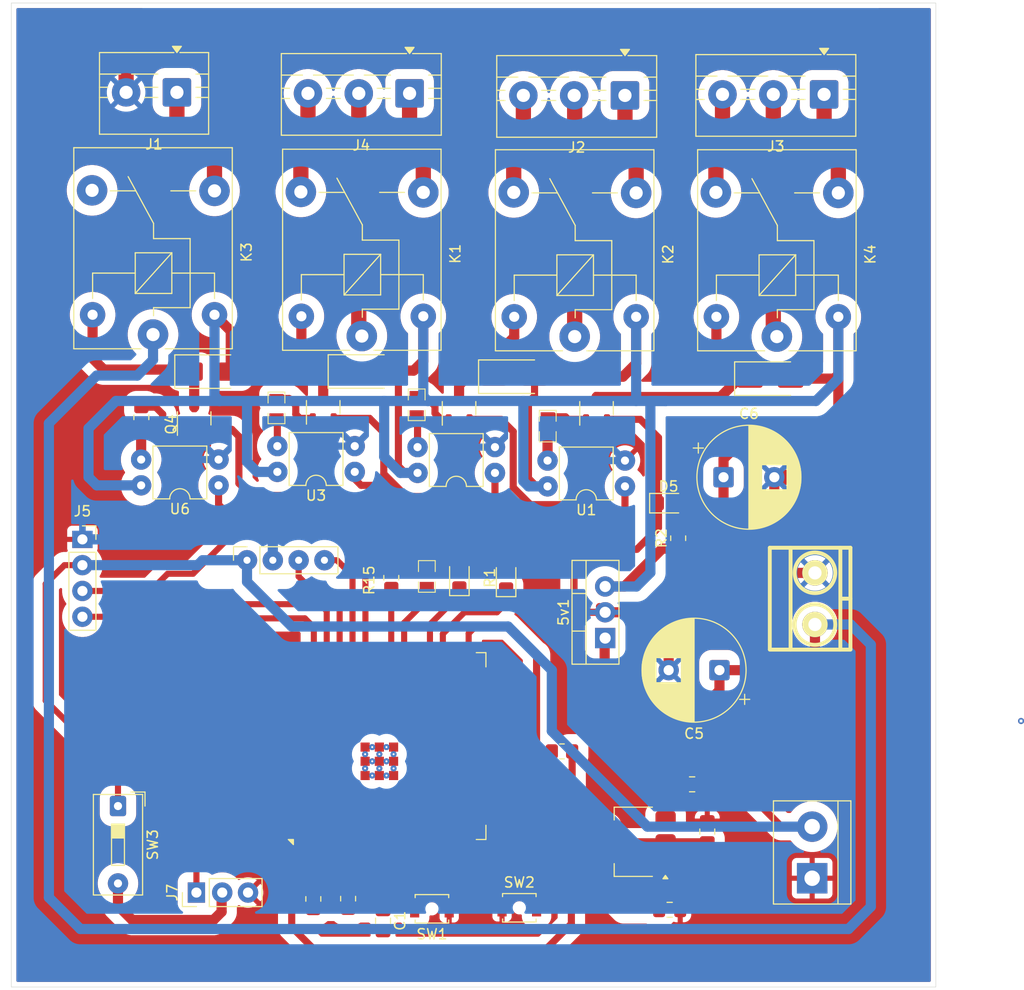
<source format=kicad_pcb>
(kicad_pcb (version 20241229) (generator "pcbnew") (generator_version "9.0")
  (layers (0 "F.Cu" signal) (2 "B.Cu" signal) (13 "F.Paste" user) (15 "B.Paste" user) (5 "F.SilkS" user "F.Silkscreen") (7 "B.SilkS" user "B.Silkscreen") (1 "F.Mask" user) (3 "B.Mask" user) (25 "Edge.Cuts" user))
  (net 0 "")
  (net 1 "Net-(D1-A)")
  (net 2 "Net-(D2-A)")
  (net 3 "Net-(D3-A)")
  (net 4 "Net-(R1-Pad2)")
  (net 5 "Net-(R3-Pad1)")
  (net 6 "Net-(R4-Pad2)")
  (net 7 "Net-(R6-Pad1)")
  (net 8 "Net-(R9-Pad1)")
  (net 9 "Net-(R7-Pad2)")
  (net 10 "/R3")
  (net 11 "/R2")
  (net 12 "/R1")
  (net 13 "/NO1")
  (net 14 "Net-(Q1-B)")
  (net 15 "Net-(Q2-B)")
  (net 16 "Net-(Q3-B)")
  (net 17 "/C1")
  (net 18 "/NO2")
  (net 19 "/C2")
  (net 20 "/C3")
  (net 21 "/NO3")
  (net 22 "/5V")
  (net 23 "/VIN")
  (net 24 "/3.3V")
  (net 25 "/RX")
  (net 26 "/TX")
  (net 27 "/SWITCH")
  (net 28 "/FLASH")
  (net 31 "/EN")
  (net 34 "/NC3")
  (net 36 "GND")
  (net 38 "Net-(D4-A)")
  (net 39 "/NC2")
  (net 40 "/R4")
  (net 42 "/NC1")
  (net 53 "/GNDE")
  (net 54 "/5VES")
  (net 57 "Net-(R15-Pad2)")
  (net 58 "Net-(R17-Pad1)")
  (net 59 "Net-(Q4-B)")
  (net 60 "/NO4")
  (net 62 "/SDA")
  (net 64 "unconnected-(U4-IO12-Pad14)")
  (net 65 "/SCL")
  (net 66 "Net-(J7-Pin_2)")
  (net 67 "/S")
  (net 70 "Net-(D5-A)")
  (footprint "Relay_THT:Relay_SPDT_SANYOU_SRD_Series_Form_C" (layer "F.Cu") (at 119.562677 79.645 90)
    (property "Reference" "K2")
    (property "Value" "RELAY_C")
  )
  (footprint "EESTN5:R_0805" (layer "F.Cu") (at 90.212677 86.695 90)
    (property "Reference" "R9" (hide yes))
    (property "Value" "R" (hide yes))
  )
  (footprint "Package_DIP:DIP-4_W7.62mm" (layer "F.Cu") (at 84.512677 94.295 180)
    (property "Reference" "U6")
    (property "Value" "PC817")
  )
  (footprint "Package_DIP:DIP-4_W7.62mm" (layer "F.Cu") (at 124.512677 94.395 180)
    (property "Reference" "U1")
    (property "Value" "PC817")
  )
  (footprint "Relay_THT:Relay_SPDT_SANYOU_SRD_Series_Form_C" (layer "F.Cu") (at 139.462677 79.645 90)
    (property "Reference" "K4")
    (property "Value" "RELAY_C")
  )
  (footprint "RF_Module:ESP32-WROOM-32E" (layer "F.Cu") (at 97.877677 119.97 90)
    (property "Reference" "U4" (hide yes))
    (property "Value" "ESP32-WROOM-32E__4MB_" (hide yes))
  )
  (footprint "EESTN5:R_0805" (layer "F.Cu") (at 105.012677 103.295 90)
    (property "Reference" "R7" (hide yes))
    (property "Value" "1k" (hide yes))
  )
  (footprint "TerminalBlock:TerminalBlock_bornier-2_P5.08mm" (layer "F.Cu") (at 142.937677 132.985 90)
    (property "Reference" "bornera2" (hide yes))
    (property "Value" "bornera" (hide yes))
  )
  (footprint "Capacitor_THT:CP_Radial_D10.0mm_P5.00mm" (layer "F.Cu") (at 134.212677 93.495)
    (property "Reference" "C6")
    (property "Value" "100uf")
  )
  (footprint "LED_SMD:LED_0805_2012Metric_Pad1.15x1.40mm_HandSolder" (layer "F.Cu") (at 128.8 96.05)
    (property "Reference" "D5")
    (property "Value" "LED")
  )
  (footprint "Capacitor_THT:CP_Radial_D10.0mm_P5.00mm" (layer "F.Cu") (at 133.812677 112.495 180)
    (property "Reference" "C5")
    (property "Value" "100uf")
  )
  (footprint "EESTN5:BORNERA2_AZUL" (layer "F.Cu") (at 143.212677 105.455 90)
    (property "Reference" "bornera1" (hide yes))
    (property "Value" "bornera" (hide yes))
  )
  (footprint "Diode_SMD:D_SMA" (layer "F.Cu") (at 113.612677 83.595)
    (property "Reference" "D2" (hide yes))
    (property "Value" "DIODE" (hide yes))
  )
  (footprint "Resistor_SMD:R_0805_2012Metric_Pad1.20x1.40mm_HandSolder" (layer "F.Cu") (at 118.312677 120.495 180)
    (property "Reference" "R11" (hide yes))
    (property "Value" "10K" (hide yes))
  )
  (footprint "Diode_SMD:D_SMA" (layer "F.Cu") (at 138.812677 83.785)
    (property "Reference" "D1" (hide yes))
    (property "Value" "DIODE" (hide yes))
  )
  (footprint "LED_SMD:LED_0805_2012Metric_Pad1.15x1.40mm_HandSolder" (layer "F.Cu") (at 108.212677 103.295 90)
    (property "Reference" "R4" (hide yes))
    (property "Value" "R")
  )
  (footprint "Button_Switch_SMD:SW_SPST_B3U-1000P-B" (layer "F.Cu") (at 114.112677 135.895)
    (property "Reference" "SW2")
    (property "Value" "SW_Push")
  )
  (footprint "MMBT3904-Diotec-Semiconductor-Symbol-Kicad-1:P200_SOT-23" (layer "F.Cu") (at 107.152677 87.795 90)
    (property "Reference" "Q2" (hide yes))
    (property "Value" "2N3904" (hide yes))
  )
  (footprint "MMBT3904-Diotec-Semiconductor-Symbol-Kicad-1:P200_SOT-23" (layer "F.Cu") (at 81.082677 88.795 90)
    (property "Reference" "Q4")
    (property "Value" "2N3904" (hide yes))
  )
  (footprint "Connector_PinSocket_2.54mm:PinSocket_1x04_P2.54mm_Vertical" (layer "F.Cu") (at 71.112677 99.615)
    (property "Reference" "J5")
    (property "Value" "Conn_01x04_Pin")
  )
  (footprint "Relay_THT:Relay_SPDT_SANYOU_SRD_Series_Form_C" (layer "F.Cu") (at 78.062677 79.445 90)
    (property "Reference" "K3")
    (property "Value" "RELAY_C")
  )
  (footprint "Resistor_SMD:R_0805_2012Metric_Pad1.20x1.40mm_HandSolder" (layer "F.Cu") (at 76.912677 87.595 90)
    (property "Reference" "R17" (hide yes))
    (property "Value" "R" (hide yes))
  )
  (footprint "Capacitor_SMD:C_0805_2012Metric_Pad1.18x1.45mm_HandSolder" (layer "F.Cu") (at 131.122677 123.735)
    (property "Reference" "C2" (hide yes))
    (property "Value" "10 uF" (hide yes))
  )
  (footprint "Package_DIP:DIP-4_W7.62mm" (layer "F.Cu") (at 97.917677 92.97 180)
    (property "Reference" "U3")
    (property "Value" "PC817")
  )
  (footprint "MMBT3904-Diotec-Semiconductor-Symbol-Kicad-1:P200_SOT-23" (layer "F.Cu") (at 120.682677 87.795 90)
    (property "Reference" "Q3" (hide yes))
    (property "Value" "2N3904" (hide yes))
  )
  (footprint "Relay_THT:Relay_SPDT_SANYOU_SRD_Series_Form_C" (layer "F.Cu") (at 98.612677 79.595 90)
    (property "Reference" "K1")
    (property "Value" "RELAY_C")
  )
  (footprint "Connector_PinHeader_2.54mm:PinHeader_1x03_P2.54mm_Vertical" (layer "F.Cu") (at 82.332677 134.395 90)
    (property "Reference" "J7")
    (property "Value" "Conn_01x03_Pin" (hide yes))
  )
  (footprint "LED_SMD:LED_0805_2012Metric_Pad1.15x1.40mm_HandSolder" (layer "F.Cu") (at 112.812677 103.395 90)
    (property "Reference" "R1")
    (property "Value" "R")
  )
  (footprint "Capacitor_SMD:C_0805_2012Metric_Pad1.18x1.45mm_HandSolder" (layer "F.Cu") (at 100.7 137.175 -90)
    (property "Reference" "C1")
    (property "Value" "100nF")
  )
  (footprint "Diode_SMD:D_SMA" (layer "F.Cu") (at 83.712677 83.095)
    (property "Reference" "D4" (hide yes))
    (property "Value" "DIODE" (hide yes))
  )
  (footprint "TerminalBlock:TerminalBlock_MaiXu_MX126-5.0-03P_1x03_P5.00mm" (layer "F.Cu") (at 103.312677 55.695 180)
    (property "Reference" "J4")
    (property "Value" "Screw_Terminal_01x03")
  )
  (footprint "TerminalBlock:TerminalBlock_MaiXu_MX126-5.0-03P_1x03_P5.00mm" (layer "F.Cu") (at 144.112677 55.795 180)
    (property "Reference" "J3")
    (property "Value" "Screw_Terminal_01x03")
  )
  (footprint "MMBT3904-Diotec-Semiconductor-Symbol-Kicad-1:P200_SOT-23" (layer "F.Cu") (at 93.782677 87.695 90)
    (property "Reference" "Q1" (hide yes))
    (property "Value" "2N3904" (hide yes))
  )
  (footprint "Capacitor_SMD:C_0805_2012Metric_Pad1.18x1.45mm_HandSolder" (layer "F.Cu") (at 128.912677 136.095 180)
    (property "Reference" "C3" (hide yes))
    (property "Value" "100 nF")
  )
  (footprint "Resistor_SMD:R_0805_2012Metric_Pad1.20x1.40mm_HandSolder" (layer "F.Cu") (at 129.75 99.5 90)
    (property "Reference" "R2")
    (property "Value" "2.2k")
  )
  (footprint "Package_TO_SOT_THT:TO-220-3_Vertical" (layer "F.Cu") (at 122.562677 109.335 90)
    (property "Reference" "5v1")
    (property "Value" "LM7805_TO220")
  )
  (footprint "Resistor_SMD:R_0805_2012Metric_Pad1.20x1.40mm_HandSolder" (layer "F.Cu") (at 97.262677 134.995 90)
    (property "Reference" "R12" (hide yes))
    (property "Value" "10K")
  )
  (footprint "EESTN5:R_0805" (layer "F.Cu") (at 116.912677 88.495 90)
    (property "Reference" "R3" (hide yes))
    (property "Value" "R" (hide yes))
  )
  (footprint "EESTN5:R_0805" (layer "F.Cu") (at 104.012677 86.395 90)
    (property "Reference" "R6" (hide yes))
    (property "Value" "R" (hide yes))
  )
  (footprint "Button_Switch_SMD:SW_SPST_B3U-1000P-B" (layer "F.Cu") (at 105.512677 135.995 180)
    (property "Reference" "SW1")
    (property "Value" "SW_Push")
  )
  (footprint "Capacitor_SMD:C_0805_2012Metric_Pad1.18x1.45mm_HandSolder" (layer "F.Cu") (at 132.612677 128.395 90)
    (property "Reference" "C4" (hide yes))
    (property "Value" "10 uF" (hide yes))
  )
  (footprint "Button_Switch_THT:SW_DIP_SPSTx01_Slide_9.78x4.72mm_W7.62mm_P2.54mm" (layer "F.Cu") (at 74.612677 125.875 -90)
    (property "Reference" "SW3")
    (property "Value" "SW_SPST")
  )
  (footprint "Connector_PinSocket_2.54mm:PinSocket_1x04_P2.54mm_Vertical" (layer "F.Cu") (at 87.312677 101.67 90)
    (property "Reference" "J6" (hide yes))
    (property "Value" "Conn_01x04_Pin" (hide yes))
  )
  (footprint "Diode_SMD:D_SMA" (layer "F.Cu") (at 98.812677 83.085)
    (property "Reference" "D3" (hide yes))
    (property "Value" "DIODE" (hide yes))
  )
  (footprint "Package_DIP:DIP-4_W7.62mm" (layer "F.Cu") (at 111.717677 93.07 180)
    (property "Reference" "U2" (hide yes))
    (property "Value" "PC817")
  )
  (footprint "Package_TO_SOT_SMD:SOT-223-3_TabPin2" (layer "F.Cu") (at 125.362677 129.395 180)
    (property "Reference" "U5" (hide yes))
    (property "Value" "NCP1117-1.5_SOT223" (hide yes))
  )
  (footprint "Resistor_SMD:R_0805_2012Metric_Pad1.20x1.40mm_HandSolder" (layer "F.Cu") (at 101.512677 103.395 90)
    (property "Reference" "R15")
    (property "Value" "R" (hide yes))
  )
  (footprint "TerminalBlock:TerminalBlock_MaiXu_MX126-5.0-03P_1x03_P5.00mm" (layer "F.Cu") (at 124.512677 55.895 180)
    (property "Reference" "J2")
    (property "Value" "Screw_Terminal_01x03")
  )
  (footprint "TerminalBlock:TerminalBlock_MaiXu_MX126-5.0-02P_1x02_P5.00mm" (layer "F.Cu") (at 80.412677 55.595 180)
    (property "Reference" "J1")
    (property "Value" "Screw_Terminal_01x02")
  )
  (footprint "Resistor_SMD:R_0805_2012Metric_Pad1.20x1.40mm_HandSolder" (layer "F.Cu") (at 93.837677 135.02 -90)
    (property "Reference" "R10" (hide yes))
    (property "Value" "10K" (hide yes))
  )
  (gr_rect (start 64.112677 46.795) (end 155.112677 143.695) (stroke (width 0.05)) (fill no) (layer "Edge.Cuts"))
  (via (at 163.5 117.5) (size 0.6) (drill 0.3) (layers "F.Cu" "B.Cu") (net 0))
  (segment (start 135.612677 82.795) (end 133.512677 80.695) (width 1) (layer "F.Cu") (net 1))
  (segment (start 121.712677 85.595) (end 133.912677 85.595) (width 1) (layer "F.Cu") (net 1))
  (segment (start 135.612677 83.895) (end 136.712677 83.895) (width 1) (layer "F.Cu") (net 1))
  (segment (start 135.612677 83.895) (end 135.612677 82.795) (width 1) (layer "F.Cu") (net 1))
  (segment (start 133.512677 80.695) (end 133.512677 77.695) (width 1) (layer "F.Cu") (net 1))
  (segment (start 133.912677 85.595) (end 135.612677 83.895) (width 1) (layer "F.Cu") (net 1))
  (segment (start 108.182677 84.425) (end 109.112677 83.495) (width 1) (layer "F.Cu") (net 2))
  (segment (start 113.612677 79.695) (end 113.612677 77.695) (width 1) (layer "F.Cu") (net 2))
  (segment (start 111.512677 81.795) (end 113.612677 79.695) (width 1) (layer "F.Cu") (net 2))
  (segment (start 109.112677 83.495) (end 111.512677 83.495) (width 1) (layer "F.Cu") (net 2))
  (segment (start 111.512677 83.495) (end 111.512677 81.795) (width 1) (layer "F.Cu") (net 2))
  (segment (start 108.182677 85.595) (end 108.182677 84.425) (width 1) (layer "F.Cu") (net 2))
  (segment (start 94.712677 82.995) (end 92.662677 80.945) (width 1) (layer "F.Cu") (net 3))
  (segment (start 96.812677 83.085) (end 94.802677 83.085) (width 1) (layer "F.Cu") (net 3))
  (segment (start 94.812677 83.095) (end 94.712677 82.995) (width 0.7) (layer "F.Cu") (net 3))
  (segment (start 94.802677 83.085) (end 94.712677 82.995) (width 1) (layer "F.Cu") (net 3))
  (segment (start 94.812677 85.495) (end 94.812677 83.095) (width 1) (layer "F.Cu") (net 3))
  (segment (start 92.662677 80.945) (end 92.662677 77.645) (width 1) (layer "F.Cu") (net 3))
  (segment (start 112.812677 100.295) (end 115.312677 97.795) (width 0.7) (layer "F.Cu") (net 4))
  (segment (start 124.512677 97.095) (end 124.512677 94.395) (width 0.7) (layer "F.Cu") (net 4))
  (segment (start 112.812677 102.37) (end 112.812677 100.295) (width 0.7) (layer "F.Cu") (net 4))
  (segment (start 123.812677 97.795) (end 124.512677 97.095) (width 0.7) (layer "F.Cu") (net 4))
  (segment (start 115.312677 97.795) (end 123.812677 97.795) (width 0.7) (layer "F.Cu") (net 4))
  (segment (start 116.892677 89.4675) (end 116.912677 89.4475) (width 1) (layer "F.Cu") (net 5))
  (segment (start 116.892677 91.855) (end 116.892677 89.4675) (width 1) (layer "F.Cu") (net 5))
  (segment (start 108.212677 100.395) (end 111.717677 96.89) (width 0.7) (layer "F.Cu") (net 6))
  (segment (start 108.212677 102.27) (end 108.212677 100.395) (width 0.7) (layer "F.Cu") (net 6))
  (segment (start 111.717677 96.89) (end 111.717677 93.07) (width 0.7) (layer "F.Cu") (net 6))
  (segment (start 104.097677 90.53) (end 104.097677 87.4325) (width 0.7) (layer "F.Cu") (net 7))
  (segment (start 104.097677 87.4325) (end 104.012677 87.3475) (width 0.7) (layer "F.Cu") (net 7))
  (segment (start 90.297677 87.7325) (end 90.212677 87.6475) (width 0.7) (layer "F.Cu") (net 8))
  (segment (start 90.297677 90.43) (end 90.297677 87.7325) (width 0.7) (layer "F.Cu") (net 8))
  (segment (start 99.712677 94.295) (end 105.012677 99.595) (width 0.7) (layer "F.Cu") (net 9))
  (segment (start 105.012677 99.595) (end 105.012677 102.3425) (width 0.7) (layer "F.Cu") (net 9))
  (segment (start 97.917677 92.97) (end 97.917677 93.667677) (width 0.7) (layer "F.Cu") (net 9))
  (segment (start 97.917677 93.667677) (end 98.545 94.295) (width 0.7) (layer "F.Cu") (net 9))
  (segment (start 98.545 94.295) (end 99.712677 94.295) (width 0.7) (layer "F.Cu") (net 9))
  (segment (start 105.317677 107.99) (end 108.212677 105.095) (width 0.6) (layer "F.Cu") (net 10))
  (segment (start 105.317677 111.22) (end 105.317677 107.99) (width 0.6) (layer "F.Cu") (net 10))
  (segment (start 108.212677 105.095) (end 108.212677 104.32) (width 0.6) (layer "F.Cu") (net 10))
  (segment (start 108.712677 106.795) (end 111.912677 106.795) (width 0.6) (layer "F.Cu") (net 11))
  (segment (start 106.587677 111.22) (end 106.587677 108.92) (width 0.6) (layer "F.Cu") (net 11))
  (segment (start 106.587677 108.92) (end 108.712677 106.795) (width 0.6) (layer "F.Cu") (net 11))
  (segment (start 111.912677 106.795) (end 112.812677 105.895) (width 0.6) (layer "F.Cu") (net 11))
  (segment (start 112.812677 105.895) (end 112.812677 104.42) (width 0.6) (layer "F.Cu") (net 11))
  (segment (start 105.012677 105.595) (end 105.012677 104.2475) (width 0.6) (layer "F.Cu") (net 12))
  (segment (start 102.777677 107.83) (end 105.012677 105.595) (width 0.6) (layer "F.Cu") (net 12))
  (segment (start 102.777677 111.22) (end 102.777677 107.83) (width 0.6) (layer "F.Cu") (net 12))
  (segment (start 103.312677 55.695) (end 103.312677 59.395) (width 1.5) (layer "F.Cu") (net 13))
  (segment (start 103.312677 59.395) (end 104.662677 60.745) (width 1.5) (layer "F.Cu") (net 13))
  (segment (start 104.662677 60.745) (end 104.662677 65.445) (width 1.5) (layer "F.Cu") (net 13))
  (segment (start 91.460177 85.7425) (end 92.112677 86.395) (width 0.7) (layer "F.Cu") (net 14))
  (segment (start 92.112677 86.395) (end 92.112677 87.295) (width 0.7) (layer "F.Cu") (net 14))
  (segment (start 90.212677 85.7425) (end 91.460177 85.7425) (width 0.7) (layer "F.Cu") (net 14))
  (segment (start 92.112677 87.295) (end 92.512677 87.695) (width 0.7) (layer "F.Cu") (net 14))
  (segment (start 92.512677 87.695) (end 93.782677 87.695) (width 0.7) (layer "F.Cu") (net 14))
  (segment (start 104.012677 85.4425) (end 104.760177 85.4425) (width 0.7) (layer "F.Cu") (net 15))
  (segment (start 106.412677 87.795) (end 107.152677 87.795) (width 0.7) (layer "F.Cu") (net 15))
  (segment (start 105.812677 87.195) (end 106.412677 87.795) (width 0.7) (layer "F.Cu") (net 15))
  (segment (start 105.812677 86.495) (end 105.812677 87.195) (width 0.7) (layer "F.Cu") (net 15))
  (segment (start 104.760177 85.4425) (end 105.812677 86.495) (width 0.7) (layer "F.Cu") (net 15))
  (segment (start 118.912677 87.795) (end 118.660177 87.5425) (width 0.7) (layer "F.Cu") (net 16))
  (segment (start 120.682677 87.795) (end 118.912677 87.795) (width 0.7) (layer "F.Cu") (net 16))
  (segment (start 118.660177 87.5425) (end 116.912677 87.5425) (width 0.7) (layer "F.Cu") (net 16))
  (segment (start 98.312677 55.695) (end 98.312677 79.295) (width 1.5) (layer "F.Cu") (net 17))
  (segment (start 98.312677 79.295) (end 98.612677 79.595) (width 1.5) (layer "F.Cu") (net 17))
  (segment (start 145.512677 61.695) (end 144.112677 60.295) (width 1.5) (layer "F.Cu") (net 18))
  (segment (start 145.512677 65.495) (end 145.512677 61.695) (width 1.5) (layer "F.Cu") (net 18))
  (segment (start 144.112677 60.295) (end 144.112677 55.795) (width 1.5) (layer "F.Cu") (net 18))
  (segment (start 139.112677 79.295) (end 139.462677 79.645) (width 1.5) (layer "F.Cu") (net 19))
  (segment (start 139.112677 55.795) (end 139.112677 79.295) (width 1.5) (layer "F.Cu") (net 19))
  (segment (start 119.562677 79.645) (end 119.562677 55.945) (width 1.5) (layer "F.Cu") (net 20))
  (segment (start 119.562677 55.945) (end 119.512677 55.895) (width 1.5) (layer "F.Cu") (net 20))
  (segment (start 124.512677 60.595) (end 124.512677 55.895) (width 1.5) (layer "F.Cu") (net 21))
  (segment (start 125.612677 65.495) (end 125.612677 61.695) (width 1.5) (layer "F.Cu") (net 21))
  (segment (start 125.612677 61.695) (end 124.512677 60.595) (width 1.5) (layer "F.Cu") (net 21))
  (segment (start 122.562677 104.255) (end 124.452677 104.255) (width 1) (layer "F.Cu") (net 22))
  (segment (start 134.212677 93.495) (end 134.212677 91.695) (width 1) (layer "F.Cu") (net 22))
  (segment (start 140.812677 83.785) (end 145.112677 83.785) (width 1) (layer "F.Cu") (net 22))
  (segment (start 125.612677 82.295) (end 125.612677 77.695) (width 1) (layer "F.Cu") (net 22))
  (segment (start 145.512677 87.095) (end 145.512677 83.895) (width 1) (layer "F.Cu") (net 22))
  (segment (start 115.612677 83.595) (end 115.612677 85.495) (width 0.7) (layer "F.Cu") (net 22))
  (segment (start 102.212677 83.085) (end 102.212677 92.395) (width 0.7) (layer "F.Cu") (net 22))
  (segment (start 134.212677 99.037323) (end 134.212677 93.495) (width 1) (layer "F.Cu") (net 22))
  (segment (start 115.812677 94.395) (end 116.892677 94.395) (width 0.7) (layer "F.Cu") (net 22))
  (segment (start 115.612677 83.595) (end 124.312677 83.595) (width 1) (layer "F.Cu") (net 22))
  (segment (start 102.212677 92.395) (end 102.887677 93.07) (width 0.7) (layer "F.Cu") (net 22))
  (segment (start 84.112677 77.495) (end 85.712677 79.095) (width 1) (layer "F.Cu") (net 22))
  (segment (start 100.812677 83.085) (end 102.212677 83.085) (width 0.7) (layer "F.Cu") (net 22))
  (segment (start 85.712677 79.095) (end 85.712677 83.095) (width 1) (layer "F.Cu") (net 22))
  (segment (start 104.662677 82.045) (end 103.712677 82.995) (width 1) (layer "F.Cu") (net 22))
  (segment (start 104.662677 77.645) (end 104.662677 82.045) (width 1) (layer "F.Cu") (net 22))
  (segment (start 102.887677 93.07) (end 104.097677 93.07) (width 0.7) (layer "F.Cu") (net 22))
  (segment (start 145.512677 83.895) (end 145.512677 83.385) (width 1) (layer "F.Cu") (net 22))
  (segment (start 143.712677 88.895) (end 145.512677 87.095) (width 1) (layer "F.Cu") (net 22))
  (segment (start 134.212677 91.695) (end 137.012677 88.895) (width 1) (layer "F.Cu") (net 22))
  (segment (start 103.712677 82.995) (end 100.902677 82.995) (width 1) (layer "F.Cu") (net 22))
  (segment (start 100.902677 82.995) (end 100.812677 83.085) (width 0.7) (layer "F.Cu") (net 22))
  (segment (start 137.012677 88.895) (end 143.712677 88.895) (width 1) (layer "F.Cu") (net 22))
  (segment (start 145.512677 83.385) (end 145.512677 77.695) (width 1) (layer "F.Cu") (net 22))
  (segment (start 124.452677 104.255) (end 128.182677 100.525) (width 1) (layer "F.Cu") (net 22))
  (segment (start 115.612677 85.495) (end 115.012677 86.095) (width 0.7) (layer "F.Cu") (net 22))
  (segment (start 145.112677 83.785) (end 145.512677 83.385) (width 1) (layer "F.Cu") (net 22))
  (segment (start 115.012677 93.595) (end 115.812677 94.395) (width 0.7) (layer "F.Cu") (net 22))
  (segment (start 115.012677 86.095) (end 115.012677 93.595) (width 0.7) (layer "F.Cu") (net 22))
  (segment (start 128.182677 100.525) (end 132.725 100.525) (width 1) (layer "F.Cu") (net 22))
  (segment (start 132.725 100.525) (end 134.212677 99.037323) (width 1) (layer "F.Cu") (net 22))
  (segment (start 124.312677 83.595) (end 125.612677 82.295) (width 1) (layer "F.Cu") (net 22))
  (segment (start 105.112677 85.985) (end 100.812677 85.985) (width 1) (layer "B.Cu") (net 22))
  (segment (start 143.312677 85.985) (end 128.512677 85.985) (width 1) (layer "B.Cu") (net 22))
  (segment (start 88.297677 92.97) (end 87.312677 91.985) (width 1) (layer "B.Cu") (net 22))
  (segment (start 116.892677 94.395) (end 115.022677 94.395) (width 1) (layer "B.Cu") (net 22))
  (segment (start 104.662677 85.435) (end 104.612677 85.485) (width 1) (layer "B.Cu") (net 22))
  (segment (start 127.012677 85.985) (end 128.512677 85.985) (width 1) (layer "B.Cu") (net 22))
  (segment (start 87.412677 85.985) (end 84.612677 85.985) (width 1) (layer "B.Cu") (net 22))
  (segment (start 71.712677 88.685) (end 74.412677 85.985) (width 1) (layer "B.Cu") (net 22))
  (segment (start 76.892677 94.295) (end 72.522677 94.295) (width 1) (layer "B.Cu") (net 22))
  (segment (start 125.612677 85.985) (end 125.612677 77.695) (width 1) (layer "B.Cu") (net 22))
  (segment (start 90.297677 92.97) (end 88.297677 92.97) (width 1) (layer "B.Cu") (net 22))
  (segment (start 100.812677 85.985) (end 87.412677 85.985) (width 1) (layer "B.Cu") (net 22))
  (segment (start 145.512677 83.785) (end 143.312677 85.985) (width 1) (layer "B.Cu") (net 22))
  (segment (start 114.512677 93.885) (end 114.512677 85.985) (width 1) (layer "B.Cu") (net 22))
  (segment (start 114.512677 85.985) (end 128.512677 85.985) (width 1) (layer "B.Cu") (net 22))
  (segment (start 102.397677 93.07) (end 100.812677 91.485) (width 1) (layer "B.Cu") (net 22))
  (segment (start 84.112677 85.485) (end 84.112677 77.495) (width 1) (layer "B.Cu") (net 22))
  (segment (start 145.512677 77.695) (end 145.512677 83.785) (width 1) (layer "B.Cu") (net 22))
  (segment (start 104.097677 93.07) (end 102.397677 93.07) (width 1) (layer "B.Cu") (net 22))
  (segment (start 72.522677 94.295) (end 71.712677 93.485) (width 1) (layer "B.Cu") (net 22))
  (segment (start 100.812677 91.485) (end 100.812677 85.985) (width 1) (layer "B.Cu") (net 22))
  (segment (start 84.612677 85.985) (end 84.112677 85.485) (width 1) (layer "B.Cu") (net 22))
  (segment (start 104.662677 77.645) (end 104.662677 85.435) (width 1) (layer "B.Cu") (net 22))
  (segment (start 71.712677 93.485) (end 71.712677 88.685) (width 1) (layer "B.Cu") (net 22))
  (segment (start 87.312677 86.085) (end 87.412677 85.985) (width 1) (layer "B.Cu") (net 22))
  (segment (start 115.022677 94.395) (end 114.512677 93.885) (width 1) (layer "B.Cu") (net 22))
  (segment (start 74.412677 85.985) (end 84.612677 85.985) (width 1) (layer "B.Cu") (net 22))
  (segment (start 127.012677 102.887323) (end 127.012677 85.985) (width 1) (layer "B.Cu") (net 22))
  (segment (start 104.612677 85.485) (end 105.112677 85.985) (width 1) (layer "B.Cu") (net 22))
  (segment (start 105.112677 85.985) (end 114.512677 85.985) (width 1) (layer "B.Cu") (net 22))
  (segment (start 87.312677 91.985) (end 87.312677 86.085) (width 1) (layer "B.Cu") (net 22))
  (segment (start 122.562677 104.255) (end 125.645 104.255) (width 1) (layer "B.Cu") (net 22))
  (segment (start 125.645 104.255) (end 127.012677 102.887323) (width 1) (layer "B.Cu") (net 22))
  (segment (start 125.412677 115.795) (end 132.512677 115.795) (width 1) (layer "F.Cu") (net 23))
  (segment (start 122.512677 112.895) (end 125.412677 115.795) (width 1) (layer "F.Cu") (net 23))
  (segment (start 141.312677 112.495) (end 143.212677 110.595) (width 1) (layer "F.Cu") (net 23))
  (segment (start 143.212677 110.595) (end 143.212677 107.995) (width 1) (layer "F.Cu") (net 23))
  (segment (start 133.812677 112.495) (end 141.312677 112.495) (width 1) (layer "F.Cu") (net 23))
  (segment (start 122.512677 109.385) (end 122.512677 112.895) (width 1) (layer "F.Cu") (net 23))
  (segment (start 132.512677 115.795) (end 133.812677 114.495) (width 1) (layer "F.Cu") (net 23))
  (segment (start 133.812677 114.495) (end 133.812677 112.495) (width 1) (layer "F.Cu") (net 23))
  (segment (start 122.562677 109.335) (end 122.512677 109.385) (width 1) (layer "F.Cu") (net 23))
  (segment (start 76.512677 83.485) (end 72.512677 83.485) (width 1) (layer "B.Cu") (net 23))
  (segment (start 70.912677 137.985) (end 146.512677 137.985) (width 1) (layer "B.Cu") (net 23))
  (segment (start 78.062677 79.445) (end 78.062677 81.935) (width 1) (layer "B.Cu") (net 23))
  (segment (start 146.722677 107.995) (end 143.212677 107.995) (width 1) (layer "B.Cu") (net 23))
  (segment (start 148.712677 135.785) (end 148.712677 109.985) (width 1) (layer "B.Cu") (net 23))
  (segment (start 67.812677 134.885) (end 70.912677 137.985) (width 1) (layer "B.Cu") (net 23))
  (segment (start 78.062677 81.935) (end 76.512677 83.485) (width 1) (layer "B.Cu") (net 23))
  (segment (start 67.812677 88.185) (end 67.812677 134.885) (width 1) (layer "B.Cu") (net 23))
  (segment (start 146.512677 137.985) (end 148.712677 135.785) (width 1) (layer "B.Cu") (net 23))
  (segment (start 72.512677 83.485) (end 67.812677 88.185) (width 1) (layer "B.Cu") (net 23))
  (segment (start 148.712677 109.985) (end 146.722677 107.995) (width 1) (layer "B.Cu") (net 23))
  (segment (start 127.875177 136.095) (end 124.409677 136.095) (width 0.7) (layer "F.Cu") (net 24))
  (segment (start 119.237277 128.9704) (end 119.312677 128.895) (width 0.7) (layer "F.Cu") (net 24))
  (segment (start 132.575177 129.395) (end 132.612677 129.4325) (width 0.7) (layer "F.Cu") (net 24))
  (segment (start 119.312677 128.895) (end 119.312677 120.495) (width 0.7) (layer "F.Cu") (net 24))
  (segment (start 93.887677 128.72) (end 93.887677 133.97) (width 0.7) (layer "F.Cu") (net 24))
  (segment (start 91.712677 134.595) (end 91.712677 137.795) (width 0.7) (layer "F.Cu") (net 24))
  (segment (start 93.837677 134.02) (end 92.287677 134.02) (width 0.7) (layer "F.Cu") (net 24))
  (segment (start 93.887677 133.97) (end 93.837677 134.02) (width 0.5) (layer "F.Cu") (net 24))
  (segment (start 122.212677 129.395) (end 119.237277 129.395) (width 0.7) (layer "F.Cu") (net 24))
  (segment (start 122.212677 129.395) (end 122.212677 133.898) (width 0.7) (layer "F.Cu") (net 24))
  (segment (start 92.287677 134.02) (end 91.712677 134.595) (width 0.7) (layer "F.Cu") (net 24))
  (segment (start 128.512677 129.395) (end 132.575177 129.395) (width 0.7) (layer "F.Cu") (net 24))
  (segment (start 91.712677 137.795) (end 94.012677 140.095) (width 0.7) (layer "F.Cu") (net 24))
  (segment (start 119.237277 129.395) (end 119.223477 129.4088) (width 0.7) (layer "F.Cu") (net 24))
  (segment (start 119.237277 137.4704) (end 119.237277 129.395) (width 0.7) (layer "F.Cu") (net 24))
  (segment (start 124.409677 136.095) (end 122.212677 133.898) (width 0.7) (layer "F.Cu") (net 24))
  (segment (start 116.612677 140.095) (end 119.237277 137.4704) (width 0.7) (layer "F.Cu") (net 24))
  (segment (start 122.212677 129.395) (end 128.512677 129.395) (width 0.7) (layer "F.Cu") (net 24))
  (segment (start 94.012677 140.095) (end 116.612677 140.095) (width 0.7) (layer "F.Cu") (net 24))
  (segment (start 119.237277 129.395) (end 119.237277 128.9704) (width 0.7) (layer "F.Cu") (net 24))
  (segment (start 97.697677 103.197677) (end 97.697677 111.22) (width 0.6) (layer "F.Cu") (net 25))
  (segment (start 94.932677 101.67) (end 96.17 101.67) (width 0.6) (layer "F.Cu") (net 25))
  (segment (start 96.17 101.67) (end 97.697677 103.197677) (width 0.6) (layer "F.Cu") (net 25))
  (segment (start 96.427677 105.71) (end 95.217677 104.5) (width 0.6) (layer "F.Cu") (net 26))
  (segment (start 96.427677 111.22) (end 96.427677 105.71) (width 0.6) (layer "F.Cu") (net 26))
  (segment (start 93.617677 104.5) (end 92.392677 103.275) (width 0.6) (layer "F.Cu") (net 26))
  (segment (start 92.392677 103.275) (end 92.392677 101.67) (width 0.6) (layer "F.Cu") (net 26))
  (segment (start 95.217677 104.5) (end 93.617677 104.5) (width 0.6) (layer "F.Cu") (net 26))
  (segment (start 97.262677 135.995) (end 103.812677 135.995) (width 0.7) (layer "F.Cu") (net 27))
  (segment (start 97.581877 135.9512) (end 93.906477 135.9512) (width 0.5) (layer "F.Cu") (net 27))
  (segment (start 93.837677 136.02) (end 94.037677 136.02) (width 0.5) (layer "F.Cu") (net 27))
  (segment (start 97.513077 136.02) (end 97.581877 135.9512) (width 0.5) (layer "F.Cu") (net 27))
  (segment (start 97.601877 135.9712) (end 97.581877 135.9512) (width 0.5) (layer "F.Cu") (net 27))
  (segment (start 93.906477 135.9512) (end 93.837677 136.02) (width 0.5) (layer "F.Cu") (net 27))
  (segment (start 115.812677 110.995) (end 115.812677 121.195) (width 0.7) (layer "F.Cu") (net 28))
  (segment (start 115.812677 120.495) (end 115.812677 121.195) (width 0.7) (layer "F.Cu") (net 28))
  (segment (start 115.812677 135.895) (end 115.812677 126.195) (width 0.7) (layer "F.Cu") (net 28))
  (segment (start 113.012677 108.195) (end 109.812677 108.195) (width 0.6) (layer "F.Cu") (net 28))
  (segment (start 109.127677 108.88) (end 109.127677 111.22) (width 0.6) (layer "F.Cu") (net 28))
  (segment (start 115.861477 125.8212) (end 115.812677 125.87) (width 0.7) (layer "F.Cu") (net 28))
  (segment (start 117.312677 120.495) (end 115.812677 120.495) (width 0.7) (layer "F.Cu") (net 28))
  (segment (start 115.887677 125.795) (end 115.812677 125.87) (width 0.7) (layer "F.Cu") (net 28))
  (segment (start 115.812677 110.995) (end 113.012677 108.195) (width 0.6) (layer "F.Cu") (net 28))
  (segment (start 109.812677 108.195) (end 109.127677 108.88) (width 0.6) (layer "F.Cu") (net 28))
  (segment (start 115.812677 121.195) (end 115.812677 126.195) (width 0.7) (layer "F.Cu") (net 28))
  (segment (start 115.812677 126.195) (end 115.812677 125.87) (width 0.7) (layer "F.Cu") (net 28))
  (segment (start 97.287677 133.97) (end 97.287677 133.095) (width 0.7) (layer "F.Cu") (net 31))
  (segment (start 97.262677 133.995) (end 97.287677 133.97) (width 0.5) (layer "F.Cu") (net 31))
  (segment (start 97.287677 133.095) (end 95.157677 130.965) (width 0.7) (layer "F.Cu") (net 31))
  (segment (start 95.157677 130.965) (end 95.157677 128.72) (width 0.7) (layer "F.Cu") (net 31))
  (segment (start 114.512677 60.195) (end 114.512677 55.895) (width 1.5) (layer "F.Cu") (net 34))
  (segment (start 113.562677 61.145) (end 114.512677 60.195) (width 1.5) (layer "F.Cu") (net 34))
  (segment (start 113.562677 65.445) (end 113.562677 61.145) (width 1.5) (layer "F.Cu") (net 34))
  (segment (start 122.562677 106.795) (end 128.612677 106.795) (width 1) (layer "F.Cu") (net 36))
  (segment (start 139.212677 93.495) (end 139.212677 102.815) (width 1) (layer "F.Cu") (net 36))
  (segment (start 126.012677 87.795) (end 122.742677 87.795) (width 0.7) (layer "F.Cu") (net 36))
  (segment (start 113.512677 88.995) (end 112.312677 87.795) (width 0.7) (layer "F.Cu") (net 36))
  (segment (start 92.012677 95.295) (end 94.112677 93.195) (width 0.7) (layer "F.Cu") (net 36))
  (segment (start 95.842677 87.695) (end 99.37 87.695) (width 0.7) (layer "F.Cu") (net 36))
  (segment (start 122.742677 87.795) (end 122.742677 89.065) (width 0.7) (layer "F.Cu") (net 36))
  (segment (start 150.012677 51.385) (end 150.012677 50.495) (width 1.5) (layer "F.Cu") (net 36))
  (segment (start 87.712677 95.295) (end 92.012677 95.295) (width 0.7) (layer "F.Cu") (net 36))
  (segment (start 105.912677 95.395) (end 107.612677 93.695) (width 0.7) (layer "F.Cu") (net 36))
  (segment (start 139.212677 102.815) (end 139.312677 102.915) (width 1) (layer "F.Cu") (net 36))
  (segment (start 78.112677 48.895) (end 75.412677 51.595) (width 1.5) (layer "F.Cu") (net 36))
  (segment (start 128.812677 106.995) (end 128.812677 104.495) (width 1) (layer "F.Cu") (net 36))
  (segment (start 120.712677 95.095) (end 119.612677 96.195) (width 0.7) (layer "F.Cu") (net 36))
  (segment (start 139.212677 93.495) (end 144.612677 93.495) (width 1.5) (layer "F.Cu") (net 36))
  (segment (start 103.012074 95.395) (end 105.912677 95.395) (width 0.7) (layer "F.Cu") (net 36))
  (segment (start 125.68 100.595) (end 127.812677 98.462323) (width 0.7) (layer "F.Cu") (net 36))
  (segment (start 83.142677 88.795) (end 83.152677 88.785) (width 0.7) (layer "F.Cu") (net 36))
  (segment (start 85.822677 88.785) (end 86.512677 89.475) (width 0.7) (layer "F.Cu") (net 36))
  (segment (start 119.5 105.6) (end 119.5 102.525) (width 0.7) (layer "F.Cu") (net 36))
  (segment (start 122.562677 106.795) (end 120.695 106.795) (width 0.7) (layer "F.Cu") (net 36))
  (segment (start 150.012677 50.495) (end 148.512677 48.995) (width 1.5) (layer "F.Cu") (net 36))
  (segment (start 100.775 93.157926) (end 103.012074 95.395) (width 0.7) (layer "F.Cu") (net 36))
  (segment (start 100.775 89.1) (end 100.775 93.157926) (width 0.7) (layer "F.Cu") (net 36))
  (segment (start 128.812677 104.495) (end 128.752677 104.555) (width 1) (layer "F.Cu") (net 36))
  (segment (start 94.112677 93.195) (end 94.112677 90.395) (width 0.7) (layer "F.Cu") (net 36))
  (segment (start 143.212677 102.915) (end 139.312677 102.915) (width 1) (layer "F.Cu") (net 36))
  (segment (start 119.5 102.525) (end 121.43 100.595) (width 0.7) (layer "F.Cu") (net 36))
  (segment (start 127.812677 98.462323) (end 127.812677 89.595) (width 0.7) (layer "F.Cu") (net 36))
  (segment (start 150.012677 88.095) (end 150.012677 50.495) (width 1.5) (layer "F.Cu") (net 36))
  (segment (start 148.512677 48.995) (end 148.412677 48.895) (width 1.5) (layer "F.Cu") (net 36))
  (segment (start 83.152677 88.785) (end 85.822677 88.785) (width 0.7) (layer "F.Cu") (net 36))
  (segment (start 148.412677 48.895) (end 78.112677 48.895) (width 1.5) (layer "F.Cu") (net 36))
  (segment (start 128.612677 106.795) (end 128.812677 106.995) (width 1) (layer "F.Cu") (net 36))
  (segment (start 109.212677 88.495) (end 109.212677 87.795) (width 0.7) (layer "F.Cu") (net 36))
  (segment (start 120.712677 91.095) (end 120.712677 95.095) (width 0.7) (layer "F.Cu") (net 36))
  (segment (start 139.112677 93.395) (end 139.212677 93.495) (width 0.7) (layer "F.Cu") (net 36))
  (segment (start 107.612677 93.695) (end 107.612677 90.095) (width 0.7) (layer "F.Cu") (net 36))
  (segment (start 86.512677 89.475) (end 86.512677 94.095) (width 0.7) (layer "F.Cu") (net 36))
  (segment (start 113.512677 94.495) (end 113.512677 88.995) (width 0.7) (layer "F.Cu") (net 36))
  (segment (start 115.212677 96.195) (end 113.512677 94.495) (width 0.7) (layer "F.Cu") (net 36))
  (segment (start 112.312677 87.795) (end 109.212677 87.795) (width 0.7) (layer "F.Cu") (net 36))
  (segment (start 119.612677 96.195) (end 115.212677 96.195) (width 0.7) (layer "F.Cu") (net 36))
  (segment (start 75.412677 51.595) (end 75.412677 55.595) (width 1.5) (layer "F.Cu") (net 36))
  (segment (start 99.37 87.695) (end 100.775 89.1) (width 0.7) (layer "F.Cu") (net 36))
  (segment (start 130.392677 102.915) (end 128.812677 104.495) (width 1) (layer "F.Cu") (net 36))
  (segment (start 86.512677 94.095) (end 87.712677 95.295) (width 0.7) (layer "F.Cu") (net 36))
  (segment (start 121.43 100.595) (end 125.68 100.595) (width 0.7) (layer "F.Cu") (net 36))
  (segment (start 120.695 106.795) (end 119.5 105.6) (width 0.7) (layer "F.Cu") (net 36))
  (segment (start 107.612677 90.095) (end 109.212677 88.495) (width 0.7) (layer "F.Cu") (net 36))
  (segment (start 94.112677 90.395) (end 95.842677 88.665) (width 0.7) (layer "F.Cu") (net 36))
  (segment (start 122.742677 89.065) (end 120.712677 91.095) (width 0.7) (layer "F.Cu") (net 36))
  (segment (start 127.812677 89.595) (end 126.012677 87.795) (width 0.7) (layer "F.Cu") (net 36))
  (segment (start 95.842677 88.665) (end 95.842677 87.695) (width 0.7) (layer "F.Cu") (net 36))
  (segment (start 122 106.232323) (end 122.562677 106.795) (width 0.7) (layer "F.Cu") (net 36))
  (segment (start 144.612677 93.495) (end 150.012677 88.095) (width 1.5) (layer "F.Cu") (net 36))
  (segment (start 139.312677 102.915) (end 130.392677 102.915) (width 1) (layer "F.Cu") (net 36))
  (segment (start 128.812677 112.495) (end 128.812677 106.995) (width 1) (layer "F.Cu") (net 36))
  (segment (start 82.112677 86.595) (end 82.112677 83.495) (width 1) (layer "F.Cu") (net 38))
  (segment (start 81.712677 83.095) (end 81.512677 82.895) (width 1) (layer "F.Cu") (net 38))
  (segment (start 73.212677 82.895) (end 72.112677 81.795) (width 1) (layer "F.Cu") (net 38))
  (segment (start 82.112677 83.495) (end 81.712677 83.095) (width 1) (layer "F.Cu") (net 38))
  (segment (start 81.512677 82.895) (end 73.212677 82.895) (width 1) (layer "F.Cu") (net 38))
  (segment (start 72.112677 81.795) (end 72.112677 77.495) (width 1) (layer "F.Cu") (net 38))
  (segment (start 133.462677 61.845) (end 134.312677 60.995) (width 1.5) (layer "F.Cu") (net 39))
  (segment (start 133.462677 65.445) (end 133.462677 61.845) (width 1.5) (layer "F.Cu") (net 39))
  (segment (start 134.112677 60.795) (end 134.112677 55.795) (width 1.5) (layer "F.Cu") (net 39))
  (segment (start 134.312677 60.995) (end 134.112677 60.795) (width 1.5) (layer "F.Cu") (net 39))
  (segment (start 101.507677 104.4) (end 101.512677 104.395) (width 0.6) (layer "F.Cu") (net 40))
  (segment (start 101.507677 111.22) (end 101.507677 104.4) (width 0.6) (layer "F.Cu") (net 40))
  (segment (start 92.612677 60.195) (end 93.312677 59.495) (width 1.5) (layer "F.Cu") (net 42))
  (segment (start 93.312677 59.495) (end 93.312677 55.695) (width 1.5) (layer "F.Cu") (net 42))
  (segment (start 92.612677 65.395) (end 92.612677 60.195) (width 1.5) (layer "F.Cu") (net 42))
  (segment (start 112.312677 135.995) (end 112.412677 135.895) (width 0.7) (layer "F.Cu") (net 53))
  (segment (start 132.160177 123.4375) (end 132.042677 123.32) (width 0.6) (layer "F.Cu") (net 53))
  (segment (start 132.160177 123.735) (end 132.160177 123.4375) (width 0.6) (layer "F.Cu") (net 53))
  (segment (start 81.752677 91.755) (end 80.712677 92.795) (width 0.7) (layer "B.Cu") (net 53))
  (segment (start 95.877677 90.43) (end 94.012677 92.295) (width 0.7) (layer "B.Cu") (net 53))
  (segment (start 111.717677 90.53) (end 109.777677 90.53) (width 0.7) (layer "B.Cu") (net 53))
  (segment (start 120.912677 97.5) (end 120.912677 93.395) (width 0.7) (layer "B.Cu") (net 53))
  (segment (start 120.912677 93.395) (end 122.452677 91.855) (width 0.7) (layer "B.Cu") (net 53))
  (segment (start 80.712677 98.182323) (end 80.7 98.195) (width 0.7) (layer "B.Cu") (net 53))
  (segment (start 107.3 93.007677) (end 107.3 98.195) (width 0.7) (layer "B.Cu") (net 53))
  (segment (start 89.852677 98.242323) (end 89.9 98.195) (width 1) (layer "B.Cu") (net 53))
  (segment (start 94.012677 92.295) (end 94.012677 98.195) (width 0.7) (layer "B.Cu") (net 53))
  (segment (start 89.912677 101.61) (end 89.912677 100.015) (width 0.7) (layer "B.Cu") (net 53))
  (segment (start 89.852677 101.67) (end 89.852677 98.242323) (width 1) (layer "B.Cu") (net 53))
  (segment (start 84.512677 91.755) (end 81.752677 91.755) (width 0.7) (layer "B.Cu") (net 53))
  (segment (start 109.777677 90.53) (end 107.3 93.007677) (width 0.7) (layer "B.Cu") (net 53))
  (segment (start 89.912677 100.015) (end 90.012677 99.915) (width 0.7) (layer "B.Cu") (net 53))
  (segment (start 71.112677 99.615) (end 75.085 99.615) (width 1) (layer "B.Cu") (net 53))
  (segment (start 90.012677 99.915) (end 90.012677 99.615) (width 0.7) (layer "B.Cu") (net 53))
  (segment (start 89.9 98.195) (end 120.217677 98.195) (width 1) (layer "B.Cu") (net 53))
  (segment (start 97.917677 90.43) (end 95.877677 90.43) (width 0.7) (layer "B.Cu") (net 53))
  (segment (start 80.712677 92.795) (end 80.712677 98.182323) (width 0.7) (layer "B.Cu") (net 53))
  (segment (start 120.217677 98.195) (end 120.912677 97.5) (width 1) (layer "B.Cu") (net 53))
  (segment (start 75.085 99.615) (end 76.505 98.195) (width 1) (layer "B.Cu") (net 53))
  (segment (start 76.505 98.195) (end 89.9 98.195) (width 1) (layer "B.Cu") (net 53))
  (segment (start 122.452677 91.855) (end 124.512677 91.855) (width 0.7) (layer "B.Cu") (net 53))
  (segment (start 89.852677 101.67) (end 89.912677 101.61) (width 0.7) (layer "B.Cu") (net 53))
  (segment (start 69.345 102.155) (end 67.5 104) (width 0.6) (layer "F.Cu") (net 54))
  (segment (start 143.530077 127.905) (end 143.533877 127.9088) (width 0.5) (layer "F.Cu") (net 54))
  (segment (start 74.612677 122.612677) (end 74.612677 125.875) (width 0.6) (layer "F.Cu") (net 54))
  (segment (start 139.922677 127.905) (end 142.937677 127.905) (width 0.7) (layer "F.Cu") (net 54))
  (segment (start 129.773477 120.4088) (end 128.512677 121.6696) (width 0.7) (layer "F.Cu") (net 54))
  (segment (start 142.937677 127.905) (end 143.530077 127.905) (width 0.5) (layer "F.Cu") (net 54))
  (segment (start 67.5 104) (end 67.5 115.5) (width 0.6) (layer "F.Cu") (net 54))
  (segment (start 128.512677 121.6696) (end 128.512677 127.095) (width 0.7) (layer "F.Cu") (net 54))
  (segment (start 129.773477 120.4088) (end 134.526477 120.4088) (width 0.7) (layer "F.Cu") (net 54))
  (segment (start 71.112677 102.155) (end 69.345 102.155) (width 0.6) (layer "F.Cu") (net 54))
  (segment (start 134.526477 120.4088) (end 137.412677 123.295) (width 0.7) (layer "F.Cu") (net 54))
  (segment (start 128.512677 123.7088) (end 128.538877 123.735) (width 0.5) (layer "F.Cu") (net 54))
  (segment (start 128.512677 127.095) (end 128.512677 123.7088) (width 0.5) (layer "F.Cu") (net 54))
  (segment (start 67.5 115.5) (end 74.612677 122.612677) (width 0.6) (layer "F.Cu") (net 54))
  (segment (start 137.412677 125.395) (end 139.922677 127.905) (width 0.7) (layer "F.Cu") (net 54))
  (segment (start 137.412677 123.295) (end 137.412677 125.395) (width 0.7) (layer "F.Cu") (net 54))
  (segment (start 130.085177 123.735) (end 128.538877 123.735) (width 0.7) (layer "F.Cu") (net 54))
  (segment (start 82.937677 101.67) (end 82.452677 102.155) (width 1) (layer "B.Cu") (net 54))
  (segment (start 87.312677 101.67) (end 82.937677 101.67) (width 1) (layer "B.Cu") (net 54))
  (segment (start 113.012677 108.195) (end 117.312677 112.495) (width 1) (layer "B.Cu") (net 54))
  (segment (start 91.712677 108.195) (end 113.012677 108.195) (width 1) (layer "B.Cu") (net 54))
  (segment (start 87.312677 103.795) (end 91.712677 108.195) (width 1) (layer "B.Cu") (net 54))
  (segment (start 126.722677 127.905) (end 142.937677 127.905) (width 1) (layer "B.Cu") (net 54))
  (segment (start 117.312677 118.495) (end 126.722677 127.905) (width 1) (layer "B.Cu") (net 54))
  (segment (start 87.312677 101.67) (end 87.312677 103.795) (width 1) (layer "B.Cu") (net 54))
  (segment (start 117.312677 112.495) (end 117.312677 118.495) (width 1) (layer "B.Cu") (net 54))
  (segment (start 82.452677 102.155) (end 71.112677 102.155) (width 1) (layer "B.Cu") (net 54))
  (segment (start 101.512677 102.395) (end 101.512677 98.595) (width 0.7) (layer "F.Cu") (net 57))
  (segment (start 85.212677 96.895) (end 84.512677 96.195) (width 0.7) (layer "F.Cu") (net 57))
  (segment (start 99.812677 96.895) (end 85.212677 96.895) (width 0.7) (layer "F.Cu") (net 57))
  (segment (start 84.512677 96.195) (end 84.512677 94.295) (width 0.7) (layer "F.Cu") (net 57))
  (segment (start 101.512677 98.595) (end 99.812677 96.895) (width 0.7) (layer "F.Cu") (net 57))
  (segment (start 76.892677 88.615) (end 76.912677 88.595) (width 1) (layer "F.Cu") (net 58))
  (segment (start 76.892677 91.755) (end 76.892677 88.615) (width 1) (layer "F.Cu") (net 58))
  (segment (start 79.012677 87.285) (end 78.322677 86.595) (width 0.7) (layer "F.Cu") (net 59))
  (segment (start 81.072677 88.785) (end 79.412677 88.785) (width 0.7) (layer "F.Cu") (net 59))
  (segment (start 79.012677 88.385) (end 79.012677 87.285) (width 0.7) (layer "F.Cu") (net 59))
  (segment (start 79.412677 88.785) (end 79.012677 88.385) (width 0.7) (layer "F.Cu") (net 59))
  (segment (start 81.082677 88.795) (end 81.072677 88.785) (width 0.7) (layer "F.Cu") (net 59))
  (segment (start 78.322677 86.595) (end 76.912677 86.595) (width 0.7) (layer "F.Cu") (net 59))
  (segment (start 84.112677 62.095) (end 80.412677 58.395) (width 1.5) (layer "F.Cu") (net 60))
  (segment (start 84.112677 65.295) (end 84.112677 62.095) (width 1.5) (layer "F.Cu") (net 60))
  (segment (start 80.412677 58.395) (end 80.412677 55.595) (width 1.5) (layer "F.Cu") (net 60))
  (segment (start 77.805 104.695) (end 71.112677 104.695) (width 0.6) (layer "F.Cu") (net 62))
  (segment (start 96.5 99) (end 86 99) (width 0.6) (layer "F.Cu") (net 62))
  (segment (start 86 99) (end 82 103) (width 0.6) (layer "F.Cu") (net 62))
  (segment (start 98.967677 111.22) (end 98.967677 101.467677) (width 0.6) (layer "F.Cu") (net 62))
  (segment (start 82 103) (end 79.5 103) (width 0.6) (layer "F.Cu") (net 62))
  (segment (start 98.967677 101.467677) (end 96.5 99) (width 0.6) (layer "F.Cu") (net 62))
  (segment (start 79.5 103) (end 77.805 104.695) (width 0.6) (layer "F.Cu") (net 62))
  (segment (start 109.127677 128.72) (end 109.328477 128.9208) (width 0.5) (layer "F.Cu") (net 64))
  (segment (start 95.157677 111.22) (end 95.157677 108.407215) (width 0.6) (layer "F.Cu") (net 65))
  (segment (start 94.5 106) (end 81 106) (width 0.6) (layer "F.Cu") (net 65))
  (segment (start 79.765 107.235) (end 71.112677 107.235) (width 0.6) (layer "F.Cu") (net 65))
  (segment (start 95.157677 106.657677) (end 94.5 106) (width 0.6) (layer "F.Cu") (net 65))
  (segment (start 71.347677 107) (end 71.112677 107.235) (width 0.6) (layer "F.Cu") (net 65))
  (segment (start 81 106) (end 79.765 107.235) (width 0.6) (layer "F.Cu") (net 65))
  (segment (start 95.157677 108.5) (end 95.157677 106.657677) (width 0.6) (layer "F.Cu") (net 65))
  (segment (start 84.812677 136.295) (end 84.812677 134.455) (width 1) (layer "F.Cu") (net 66))
  (segment (start 74.612677 135.695) (end 76.012677 137.095) (width 1) (layer "F.Cu") (net 66))
  (segment (start 74.612677 133.495) (end 74.612677 135.695) (width 1) (layer "F.Cu") (net 66))
  (segment (start 84.012677 137.095) (end 84.812677 136.295) (width 1) (layer "F.Cu") (net 66))
  (segment (start 84.812677 134.455) (end 84.872677 134.395) (width 1) (layer "F.Cu") (net 66))
  (segment (start 76.012677 137.095) (end 84.012677 137.095) (width 1) (layer "F.Cu") (net 66))
  (segment (start 82.332677 108.375) (end 83.312677 107.395) (width 0.6) (layer "F.Cu") (net 67))
  (segment (start 82.332677 134.395) (end 82.332677 108.375) (width 0.6) (layer "F.Cu") (net 67))
  (segment (start 93.887677 108.27) (end 93.887677 111.22) (width 0.6) (layer "F.Cu") (net 67))
  (segment (start 83.312677 107.395) (end 93.012677 107.395) (width 0.6) (layer "F.Cu") (net 67))
  (segment (start 93.012677 107.395) (end 93.887677 108.27) (width 0.6) (layer "F.Cu") (net 67))
  (segment (start 129.75 98.5) (end 129.75 96.125) (width 0.6) (layer "F.Cu") (net 70))
  (segment (start 129.75 96.125) (end 129.825 96.05) (width 0.6) (layer "F.Cu") (net 70))
  (zone (net 53) (net_name "/GNDE") (layer "F.Cu") (connect_pads (clearance 1)) (min_thickness 0.25) (fill yes (thermal_gap 0.5) (thermal_bridge_width 0.5))
    (polygon (pts (xy 64.112677 143.795) (xy 155.125282 143.795) (xy 154.812677 46.5) (xy 63 46.5)))
  )
  (zone (net 53) (net_name "/GNDE") (layer "B.Cu") (priority 2) (connect_pads (clearance 1)) (min_thickness 0.25) (fill yes (thermal_gap 0.65) (thermal_bridge_width 0.65))
    (polygon (pts (xy 70 86.5) (xy 128 87.5) (xy 128 103.5) (xy 70 103.5)))
  )
  (zone (net 36) (net_name "GND") (layer "B.Cu") (priority 1) (connect_pads (clearance 1)) (min_thickness 0.25) (fill yes (thermal_gap 0.5) (thermal_bridge_width 0.5))
    (polygon (pts (xy 155.5 144) (xy 63 144) (xy 63 46.5) (xy 155.5 46.5)))
  )
)
</source>
